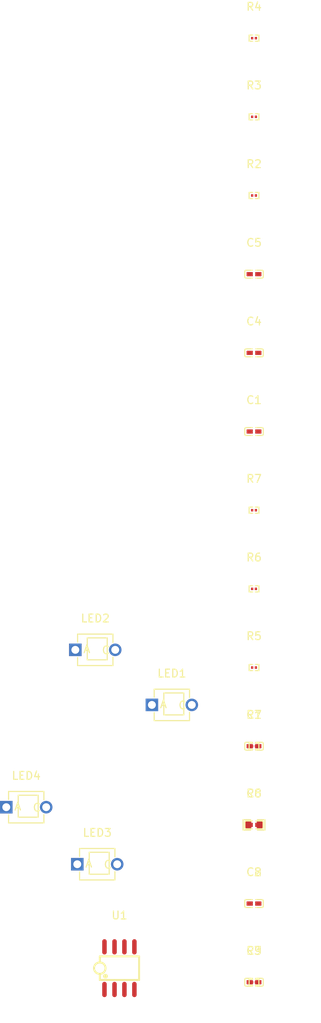
<source format=kicad_pcb>
(kicad_pcb (version 20241229) (generator "pcbnew") (generator_version "9.0")
  (layers (0 "F.Cu" signal) (2 "B.Cu" signal) (13 "F.Paste" user) (15 "B.Paste" user) (5 "F.SilkS" user "F.Silkscreen") (7 "B.SilkS" user "B.Silkscreen") (1 "F.Mask" user) (3 "B.Mask" user) (25 "Edge.Cuts" user))
  (net 0 "")
  (net 1 "VCC")
  (net 2 "OUT1")
  (net 3 "C3-net")
  (net 4 "IN2plus")
  (net 5 "IN1plus")
  (net 6 "net-1")
  (net 7 "C3-net-1")
  (net 8 "IN2minus")
  (net 9 "K")
  (net 10 "gnd")
  (net 11 "net")
  (net 12 "OUTPUT")
  (net 13 "OUT2")
  (footprint "atopile:C0402-b3ef17" (layer "F.Cu") (at 0 0)
    (property "Reference" "C3" (at 0 -4 0) (layer "F.SilkS"))
    (property "Value" "100nF ±10% 16V X7R")
    (fp_line (start -1.17 0.35) (end -1.17 -0.35) (stroke (width 0.15)) (layer "F.SilkS"))
    (fp_line (start -1.02 -0.5) (end -0.23 -0.5) (stroke (width 0.15)) (layer "F.SilkS"))
    (fp_line (start -0.23 0.5) (end -1.02 0.5) (stroke (width 0.15)) (layer "F.SilkS"))
    (fp_line (start 0.23 0.5) (end 1.02 0.5) (stroke (width 0.15)) (layer "F.SilkS"))
    (fp_line (start 1.02 -0.5) (end 0.23 -0.5) (stroke (width 0.15)) (layer "F.SilkS"))
    (fp_line (start 1.17 0.35) (end 1.17 -0.35) (stroke (width 0.15)) (layer "F.SilkS"))
    (fp_arc (start -1.17 -0.35) (mid -1.126066 -0.456066) (end -1.02 -0.5) (stroke (width 0.15)) (layer "F.SilkS"))
    (fp_arc (start -1.02 0.5) (mid -1.126066 0.456066) (end -1.17 0.35) (stroke (width 0.15)) (layer "F.SilkS"))
    (fp_arc (start 1.02 -0.5) (mid 1.126066 -0.456066) (end 1.17 -0.35) (stroke (width 0.15)) (layer "F.SilkS"))
    (fp_arc (start 1.17 0.35) (mid 1.126066 0.456066) (end 1.02 0.5) (stroke (width 0.15)) (layer "F.SilkS"))
    (fp_text user "${REFERENCE}" (at 0 -4 0) (layer "F.SilkS"))
    (pad "1" smd rect (at -0.55 0) (size 0.79 0.54) (layers "F.Cu" "F.Mask" "F.Paste") (net 2 "OUT1"))
    (pad "2" smd rect (at 0.55 0) (size 0.79 0.54) (layers "F.Cu" "F.Mask" "F.Paste") (net 6 "net-1"))
  )
  (footprint "atopile:R0201-27027e" (layer "F.Cu") (at 0 -50)
    (property "Reference" "R6" (at 0 -4 0) (layer "F.SilkS"))
    (property "Value" "1kΩ ±1% 50mW")
    (fp_line (start -0.62 -0.39) (end -0.17 -0.39) (stroke (width 0.15)) (layer "F.SilkS"))
    (fp_line (start -0.62 0.39) (end -0.62 -0.39) (stroke (width 0.15)) (layer "F.SilkS"))
    (fp_line (start -0.17 0.39) (end -0.62 0.39) (stroke (width 0.15)) (layer "F.SilkS"))
    (fp_line (start 0.17 0.39) (end 0.62 0.39) (stroke (width 0.15)) (layer "F.SilkS"))
    (fp_line (start 0.62 -0.39) (end 0.17 -0.39) (stroke (width 0.15)) (layer "F.SilkS"))
    (fp_line (start 0.62 0.39) (end 0.62 -0.39) (stroke (width 0.15)) (layer "F.SilkS"))
    (fp_text user "${REFERENCE}" (at 0 -4 0) (layer "F.SilkS"))
    (pad "1" smd rect (at -0.24 0) (size 0.3 0.32) (layers "F.Cu" "F.Mask" "F.Paste") (net 1 "VCC"))
    (pad "2" smd rect (at 0.24 0) (size 0.3 0.32) (layers "F.Cu" "F.Mask" "F.Paste") (net 4 "IN2plus"))
  )
  (footprint "atopile:R0201-27027e" (layer "F.Cu") (at 0 -60)
    (property "Reference" "R7" (at 0 -4 0) (layer "F.SilkS"))
    (property "Value" "1kΩ ±1% 50mW")
    (fp_line (start -0.62 -0.39) (end -0.17 -0.39) (stroke (width 0.15)) (layer "F.SilkS"))
    (fp_line (start -0.62 0.39) (end -0.62 -0.39) (stroke (width 0.15)) (layer "F.SilkS"))
    (fp_line (start -0.17 0.39) (end -0.62 0.39) (stroke (width 0.15)) (layer "F.SilkS"))
    (fp_line (start 0.17 0.39) (end 0.62 0.39) (stroke (width 0.15)) (layer "F.SilkS"))
    (fp_line (start 0.62 -0.39) (end 0.17 -0.39) (stroke (width 0.15)) (layer "F.SilkS"))
    (fp_line (start 0.62 0.39) (end 0.62 -0.39) (stroke (width 0.15)) (layer "F.SilkS"))
    (fp_text user "${REFERENCE}" (at 0 -4 0) (layer "F.SilkS"))
    (pad "1" smd rect (at -0.24 0) (size 0.3 0.32) (layers "F.Cu" "F.Mask" "F.Paste") (net 4 "IN2plus"))
    (pad "2" smd rect (at 0.24 0) (size 0.3 0.32) (layers "F.Cu" "F.Mask" "F.Paste") (net 10 "gnd"))
  )
  (footprint "atopile:C0402-b3ef17" (layer "F.Cu") (at 0 -20)
    (property "Reference" "C6" (at 0 -4 0) (layer "F.SilkS"))
    (property "Value" "100nF ±10% 16V X7R")
    (fp_line (start -1.17 0.35) (end -1.17 -0.35) (stroke (width 0.15)) (layer "F.SilkS"))
    (fp_line (start -1.02 -0.5) (end -0.23 -0.5) (stroke (width 0.15)) (layer "F.SilkS"))
    (fp_line (start -0.23 0.5) (end -1.02 0.5) (stroke (width 0.15)) (layer "F.SilkS"))
    (fp_line (start 0.23 0.5) (end 1.02 0.5) (stroke (width 0.15)) (layer "F.SilkS"))
    (fp_line (start 1.02 -0.5) (end 0.23 -0.5) (stroke (width 0.15)) (layer "F.SilkS"))
    (fp_line (start 1.17 0.35) (end 1.17 -0.35) (stroke (width 0.15)) (layer "F.SilkS"))
    (fp_arc (start -1.17 -0.35) (mid -1.126066 -0.456066) (end -1.02 -0.5) (stroke (width 0.15)) (layer "F.SilkS"))
    (fp_arc (start -1.02 0.5) (mid -1.126066 0.456066) (end -1.17 0.35) (stroke (width 0.15)) (layer "F.SilkS"))
    (fp_arc (start 1.02 -0.5) (mid 1.126066 -0.456066) (end 1.17 -0.35) (stroke (width 0.15)) (layer "F.SilkS"))
    (fp_arc (start 1.17 0.35) (mid 1.126066 0.456066) (end 1.02 0.5) (stroke (width 0.15)) (layer "F.SilkS"))
    (fp_text user "${REFERENCE}" (at 0 -4 0) (layer "F.SilkS"))
    (pad "1" smd rect (at -0.55 0) (size 0.79 0.54) (layers "F.Cu" "F.Mask" "F.Paste") (net 4 "IN2plus"))
    (pad "2" smd rect (at 0.55 0) (size 0.79 0.54) (layers "F.Cu" "F.Mask" "F.Paste") (net 10 "gnd"))
  )
  (footprint "atopile:SENSOR-TH_BPW34-c0a4b0" (layer "F.Cu") (at -29 -22.25)
    (property "Reference" "LED4" (at 0 -4 0) (layer "F.SilkS"))
    (property "Value" "")
    (fp_line (start -2.25 -2) (end -2.25 -0.98) (stroke (width 0.15)) (layer "F.SilkS"))
    (fp_line (start -2.25 0.98) (end -2.25 2) (stroke (width 0.15)) (layer "F.SilkS"))
    (fp_line (start -2.25 2) (end 2.25 2) (stroke (width 0.15)) (layer "F.SilkS"))
    (fp_line (start -1.02 -1.52) (end 1.52 -1.52) (stroke (width 0.15)) (layer "F.SilkS"))
    (fp_line (start -1.02 1.27) (end -1.02 -1.52) (stroke (width 0.15)) (layer "F.SilkS"))
    (fp_line (start 1.52 -1.52) (end 1.52 1.27) (stroke (width 0.15)) (layer "F.SilkS"))
    (fp_line (start 1.52 1.27) (end -1.02 1.27) (stroke (width 0.15)) (layer "F.SilkS"))
    (fp_line (start 2.25 -2) (end -2.25 -2) (stroke (width 0.15)) (layer "F.SilkS"))
    (fp_line (start 2.25 -0.94) (end 2.25 -2) (stroke (width 0.15)) (layer "F.SilkS"))
    (fp_line (start 2.25 2) (end 2.25 0.94) (stroke (width 0.15)) (layer "F.SilkS"))
    (fp_text user "${REFERENCE}" (at 0 -4 0) (layer "F.SilkS"))
    (fp_text user "C" (at 0.75 0.05 0) (layer "F.SilkS") (effects (justify left)))
    (fp_text user "A" (at -1.6 -0.1 0) (layer "F.SilkS") (effects (justify left)))
    (pad "1" thru_hole rect (at -2.54 0) (size 1.6 1.6) (drill 0.999998) (layers "*.Cu" "*.Mask") (net 10 "gnd"))
    (pad "2" thru_hole circle (at 2.54 0) (size 1.6 1.6) (drill 0.999998) (layers "*.Cu" "*.Mask") (net 9 "K"))
  )
  (footprint "atopile:C0402-b3ef17" (layer "F.Cu") (at 0 -80)
    (property "Reference" "C4" (at 0 -4 0) (layer "F.SilkS"))
    (property "Value" "100nF ±10% 16V X7R")
    (fp_line (start -1.17 0.35) (end -1.17 -0.35) (stroke (width 0.15)) (layer "F.SilkS"))
    (fp_line (start -1.02 -0.5) (end -0.23 -0.5) (stroke (width 0.15)) (layer "F.SilkS"))
    (fp_line (start -0.23 0.5) (end -1.02 0.5) (stroke (width 0.15)) (layer "F.SilkS"))
    (fp_line (start 0.23 0.5) (end 1.02 0.5) (stroke (width 0.15)) (layer "F.SilkS"))
    (fp_line (start 1.02 -0.5) (end 0.23 -0.5) (stroke (width 0.15)) (layer "F.SilkS"))
    (fp_line (start 1.17 0.35) (end 1.17 -0.35) (stroke (width 0.15)) (layer "F.SilkS"))
    (fp_arc (start -1.17 -0.35) (mid -1.126066 -0.456066) (end -1.02 -0.5) (stroke (width 0.15)) (layer "F.SilkS"))
    (fp_arc (start -1.02 0.5) (mid -1.126066 0.456066) (end -1.17 0.35) (stroke (width 0.15)) (layer "F.SilkS"))
    (fp_arc (start 1.02 -0.5) (mid 1.126066 -0.456066) (end 1.17 -0.35) (stroke (width 0.15)) (layer "F.SilkS"))
    (fp_arc (start 1.17 0.35) (mid 1.126066 0.456066) (end 1.02 0.5) (stroke (width 0.15)) (layer "F.SilkS"))
    (fp_text user "${REFERENCE}" (at 0 -4 0) (layer "F.SilkS"))
    (pad "1" smd rect (at -0.55 0) (size 0.79 0.54) (layers "F.Cu" "F.Mask" "F.Paste") (net 1 "VCC"))
    (pad "2" smd rect (at 0.55 0) (size 0.79 0.54) (layers "F.Cu" "F.Mask" "F.Paste") (net 10 "gnd"))
  )
  (footprint "atopile:C0402-b3ef17" (layer "F.Cu") (at 0 -10)
    (property "Reference" "C8" (at 0 -4 0) (layer "F.SilkS"))
    (property "Value" "100nF ±10% 16V X7R")
    (fp_line (start -1.17 0.35) (end -1.17 -0.35) (stroke (width 0.15)) (layer "F.SilkS"))
    (fp_line (start -1.02 -0.5) (end -0.23 -0.5) (stroke (width 0.15)) (layer "F.SilkS"))
    (fp_line (start -0.23 0.5) (end -1.02 0.5) (stroke (width 0.15)) (layer "F.SilkS"))
    (fp_line (start 0.23 0.5) (end 1.02 0.5) (stroke (width 0.15)) (layer "F.SilkS"))
    (fp_line (start 1.02 -0.5) (end 0.23 -0.5) (stroke (width 0.15)) (layer "F.SilkS"))
    (fp_line (start 1.17 0.35) (end 1.17 -0.35) (stroke (width 0.15)) (layer "F.SilkS"))
    (fp_arc (start -1.17 -0.35) (mid -1.126066 -0.456066) (end -1.02 -0.5) (stroke (width 0.15)) (layer "F.SilkS"))
    (fp_arc (start -1.02 0.5) (mid -1.126066 0.456066) (end -1.17 0.35) (stroke (width 0.15)) (layer "F.SilkS"))
    (fp_arc (start 1.02 -0.5) (mid 1.126066 -0.456066) (end 1.17 -0.35) (stroke (width 0.15)) (layer "F.SilkS"))
    (fp_arc (start 1.17 0.35) (mid 1.126066 0.456066) (end 1.02 0.5) (stroke (width 0.15)) (layer "F.SilkS"))
    (fp_text user "${REFERENCE}" (at 0 -4 0) (layer "F.SilkS"))
    (pad "1" smd rect (at -0.55 0) (size 0.79 0.54) (layers "F.Cu" "F.Mask" "F.Paste") (net 11 "net"))
    (pad "2" smd rect (at 0.55 0) (size 0.79 0.54) (layers "F.Cu" "F.Mask" "F.Paste") (net 12 "OUTPUT"))
  )
  (footprint "atopile:SENSOR-TH_BPW34-c0a4b0" (layer "F.Cu") (at -20.21 -42.25)
    (property "Reference" "LED2" (at 0 -4 0) (layer "F.SilkS"))
    (property "Value" "")
    (fp_line (start -2.25 -2) (end -2.25 -0.98) (stroke (width 0.15)) (layer "F.SilkS"))
    (fp_line (start -2.25 0.98) (end -2.25 2) (stroke (width 0.15)) (layer "F.SilkS"))
    (fp_line (start -2.25 2) (end 2.25 2) (stroke (width 0.15)) (layer "F.SilkS"))
    (fp_line (start -1.02 -1.52) (end 1.52 -1.52) (stroke (width 0.15)) (layer "F.SilkS"))
    (fp_line (start -1.02 1.27) (end -1.02 -1.52) (stroke (width 0.15)) (layer "F.SilkS"))
    (fp_line (start 1.52 -1.52) (end 1.52 1.27) (stroke (width 0.15)) (layer "F.SilkS"))
    (fp_line (start 1.52 1.27) (end -1.02 1.27) (stroke (width 0.15)) (layer "F.SilkS"))
    (fp_line (start 2.25 -2) (end -2.25 -2) (stroke (width 0.15)) (layer "F.SilkS"))
    (fp_line (start 2.25 -0.94) (end 2.25 -2) (stroke (width 0.15)) (layer "F.SilkS"))
    (fp_line (start 2.25 2) (end 2.25 0.94) (stroke (width 0.15)) (layer "F.SilkS"))
    (fp_text user "A" (at -1.6 -0.1 0) (layer "F.SilkS") (effects (justify left)))
    (fp_text user "${REFERENCE}" (at 0 -4 0) (layer "F.SilkS"))
    (fp_text user "C" (at 0.75 0.05 0) (layer "F.SilkS") (effects (justify left)))
    (pad "1" thru_hole rect (at -2.54 0) (size 1.6 1.6) (drill 0.999998) (layers "*.Cu" "*.Mask") (net 10 "gnd"))
    (pad "2" thru_hole circle (at 2.54 0) (size 1.6 1.6) (drill 0.999998) (layers "*.Cu" "*.Mask") (net 9 "K"))
  )
  (footprint "atopile:C0402-b3ef17" (layer "F.Cu") (at 0 -10)
    (property "Reference" "C2" (at 0 -4 0) (layer "F.SilkS"))
    (property "Value" "100nF ±10% 16V X7R")
    (fp_line (start -1.17 0.35) (end -1.17 -0.35) (stroke (width 0.15)) (layer "F.SilkS"))
    (fp_line (start -1.02 -0.5) (end -0.23 -0.5) (stroke (width 0.15)) (layer "F.SilkS"))
    (fp_line (start -0.23 0.5) (end -1.02 0.5) (stroke (width 0.15)) (layer "F.SilkS"))
    (fp_line (start 0.23 0.5) (end 1.02 0.5) (stroke (width 0.15)) (layer "F.SilkS"))
    (fp_line (start 1.02 -0.5) (end 0.23 -0.5) (stroke (width 0.15)) (layer "F.SilkS"))
    (fp_line (start 1.17 0.35) (end 1.17 -0.35) (stroke (width 0.15)) (layer "F.SilkS"))
    (fp_arc (start -1.17 -0.35) (mid -1.126066 -0.456066) (end -1.02 -0.5) (stroke (width 0.15)) (layer "F.SilkS"))
    (fp_arc (start -1.02 0.5) (mid -1.126066 0.456066) (end -1.17 0.35) (stroke (width 0.15)) (layer "F.SilkS"))
    (fp_arc (start 1.02 -0.5) (mid 1.126066 -0.456066) (end 1.17 -0.35) (stroke (width 0.15)) (layer "F.SilkS"))
    (fp_arc (start 1.17 0.35) (mid 1.126066 0.456066) (end 1.02 0.5) (stroke (width 0.15)) (layer "F.SilkS"))
    (fp_text user "${REFERENCE}" (at 0 -4 0) (layer "F.SilkS"))
    (pad "1" smd rect (at -0.55 0) (size 0.79 0.54) (layers "F.Cu" "F.Mask" "F.Paste") (net 7 "C3-net-1"))
    (pad "2" smd rect (at 0.55 0) (size 0.79 0.54) (layers "F.Cu" "F.Mask" "F.Paste") (net 3 "C3-net"))
  )
  (footprint "atopile:R0201-27027e" (layer "F.Cu") (at 0 -120)
    (property "Reference" "R4" (at 0 -4 0) (layer "F.SilkS"))
    (property "Value" "1kΩ ±1% 50mW")
    (fp_line (start -0.62 -0.39) (end -0.17 -0.39) (stroke (width 0.15)) (layer "F.SilkS"))
    (fp_line (start -0.62 0.39) (end -0.62 -0.39) (stroke (width 0.15)) (layer "F.SilkS"))
    (fp_line (start -0.17 0.39) (end -0.62 0.39) (stroke (width 0.15)) (layer "F.SilkS"))
    (fp_line (start 0.17 0.39) (end 0.62 0.39) (stroke (width 0.15)) (layer "F.SilkS"))
    (fp_line (start 0.62 -0.39) (end 0.17 -0.39) (stroke (width 0.15)) (layer "F.SilkS"))
    (fp_line (start 0.62 0.39) (end 0.62 -0.39) (stroke (width 0.15)) (layer "F.SilkS"))
    (fp_text user "${REFERENCE}" (at 0 -4 0) (layer "F.SilkS"))
    (pad "1" smd rect (at -0.24 0) (size 0.3 0.32) (layers "F.Cu" "F.Mask" "F.Paste") (net 6 "net-1"))
    (pad "2" smd rect (at 0.24 0) (size 0.3 0.32) (layers "F.Cu" "F.Mask" "F.Paste") (net 8 "IN2minus"))
  )
  (footprint "atopile:R0201-27027e" (layer "F.Cu") (at 0 -30)
    (property "Reference" "R1" (at 0 -4 0) (layer "F.SilkS"))
    (property "Value" "1kΩ ±1% 50mW")
    (fp_line (start -0.62 -0.39) (end -0.17 -0.39) (stroke (width 0.15)) (layer "F.SilkS"))
    (fp_line (start -0.62 0.39) (end -0.62 -0.39) (stroke (width 0.15)) (layer "F.SilkS"))
    (fp_line (start -0.17 0.39) (end -0.62 0.39) (stroke (width 0.15)) (layer "F.SilkS"))
    (fp_line (start 0.17 0.39) (end 0.62 0.39) (stroke (width 0.15)) (layer "F.SilkS"))
    (fp_line (start 0.62 -0.39) (end 0.17 -0.39) (stroke (width 0.15)) (layer "F.SilkS"))
    (fp_line (start 0.62 0.39) (end 0.62 -0.39) (stroke (width 0.15)) (layer "F.SilkS"))
    (fp_text user "${REFERENCE}" (at 0 -4 0) (layer "F.SilkS"))
    (pad "1" smd rect (at -0.24 0) (size 0.3 0.32) (layers "F.Cu" "F.Mask" "F.Paste") (net 1 "VCC"))
    (pad "2" smd rect (at 0.24 0) (size 0.3 0.32) (layers "F.Cu" "F.Mask" "F.Paste") (net 5 "IN1plus"))
  )
  (footprint "atopile:R0201-27027e" (layer "F.Cu") (at 0 -110)
    (property "Reference" "R3" (at 0 -4 0) (layer "F.SilkS"))
    (property "Value" "1kΩ ±1% 50mW")
    (fp_line (start -0.62 -0.39) (end -0.17 -0.39) (stroke (width 0.15)) (layer "F.SilkS"))
    (fp_line (start -0.62 0.39) (end -0.62 -0.39) (stroke (width 0.15)) (layer "F.SilkS"))
    (fp_line (start -0.17 0.39) (end -0.62 0.39) (stroke (width 0.15)) (layer "F.SilkS"))
    (fp_line (start 0.17 0.39) (end 0.62 0.39) (stroke (width 0.15)) (layer "F.SilkS"))
    (fp_line (start 0.62 -0.39) (end 0.17 -0.39) (stroke (width 0.15)) (layer "F.SilkS"))
    (fp_line (start 0.62 0.39) (end 0.62 -0.39) (stroke (width 0.15)) (layer "F.SilkS"))
    (fp_text user "${REFERENCE}" (at 0 -4 0) (layer "F.SilkS"))
    (pad "1" smd rect (at -0.24 0) (size 0.3 0.32) (layers "F.Cu" "F.Mask" "F.Paste") (net 9 "K"))
    (pad "2" smd rect (at 0.24 0) (size 0.3 0.32) (layers "F.Cu" "F.Mask" "F.Paste") (net 2 "OUT1"))
  )
  (footprint "atopile:C0402-b3ef17" (layer "F.Cu") (at 0 -90)
    (property "Reference" "C5" (at 0 -4 0) (layer "F.SilkS"))
    (property "Value" "100nF ±10% 16V X7R")
    (fp_line (start -1.17 0.35) (end -1.17 -0.35) (stroke (width 0.15)) (layer "F.SilkS"))
    (fp_line (start -1.02 -0.5) (end -0.23 -0.5) (stroke (width 0.15)) (layer "F.SilkS"))
    (fp_line (start -0.23 0.5) (end -1.02 0.5) (stroke (width 0.15)) (layer "F.SilkS"))
    (fp_line (start 0.23 0.5) (end 1.02 0.5) (stroke (width 0.15)) (layer "F.SilkS"))
    (fp_line (start 1.02 -0.5) (end 0.23 -0.5) (stroke (width 0.15)) (layer "F.SilkS"))
    (fp_line (start 1.17 0.35) (end 1.17 -0.35) (stroke (width 0.15)) (layer "F.SilkS"))
    (fp_arc (start -1.17 -0.35) (mid -1.126066 -0.456066) (end -1.02 -0.5) (stroke (width 0.15)) (layer "F.SilkS"))
    (fp_arc (start -1.02 0.5) (mid -1.126066 0.456066) (end -1.17 0.35) (stroke (width 0.15)) (layer "F.SilkS"))
    (fp_arc (start 1.02 -0.5) (mid 1.126066 -0.456066) (end 1.17 -0.35) (stroke (width 0.15)) (layer "F.SilkS"))
    (fp_arc (start 1.17 0.35) (mid 1.126066 0.456066) (end 1.02 0.5) (stroke (width 0.15)) (layer "F.SilkS"))
    (fp_text user "${REFERENCE}" (at 0 -4 0) (layer "F.SilkS"))
    (pad "1" smd rect (at -0.55 0) (size 0.79 0.54) (layers "F.Cu" "F.Mask" "F.Paste") (net 8 "IN2minus"))
    (pad "2" smd rect (at 0.55 0) (size 0.79 0.54) (layers "F.Cu" "F.Mask" "F.Paste") (net 13 "OUT2"))
  )
  (footprint "atopile:R0201-27027e" (layer "F.Cu") (at 0 0)
    (property "Reference" "R9" (at 0 -4 0) (layer "F.SilkS"))
    (property "Value" "1kΩ ±1% 50mW")
    (fp_line (start -0.62 -0.39) (end -0.17 -0.39) (stroke (width 0.15)) (layer "F.SilkS"))
    (fp_line (start -0.62 0.39) (end -0.62 -0.39) (stroke (width 0.15)) (layer "F.SilkS"))
    (fp_line (start -0.17 0.39) (end -0.62 0.39) (stroke (width 0.15)) (layer "F.SilkS"))
    (fp_line (start 0.17 0.39) (end 0.62 0.39) (stroke (width 0.15)) (layer "F.SilkS"))
    (fp_line (start 0.62 -0.39) (end 0.17 -0.39) (stroke (width 0.15)) (layer "F.SilkS"))
    (fp_line (start 0.62 0.39) (end 0.62 -0.39) (stroke (width 0.15)) (layer "F.SilkS"))
    (fp_text user "${REFERENCE}" (at 0 -4 0) (layer "F.SilkS"))
    (pad "1" smd rect (at -0.24 0) (size 0.3 0.32) (layers "F.Cu" "F.Mask" "F.Paste") (net 12 "OUTPUT"))
    (pad "2" smd rect (at 0.24 0) (size 0.3 0.32) (layers "F.Cu" "F.Mask" "F.Paste") (net 10 "gnd"))
  )
  (footprint "atopile:SOIC-8_L5.0-W4.0-P1.27-LS6.0-BL-294f77" (layer "F.Cu") (at -17.13 -1.79)
    (property "Reference" "U1" (at 0 -6.71 0) (layer "F.SilkS"))
    (property "Value" "")
    (fp_line (start -2.5 -1.5) (end -2.5 -0.73) (stroke (width 0.25)) (layer "F.SilkS"))
    (fp_line (start -2.5 -1.5) (end 2.5 -1.5) (stroke (width 0.25)) (layer "F.SilkS"))
    (fp_line (start -2.5 1.5) (end -2.5 0.73) (stroke (width 0.25)) (layer "F.SilkS"))
    (fp_line (start -2.5 1.5) (end 2.5 1.5) (stroke (width 0.25)) (layer "F.SilkS"))
    (fp_line (start 2.5 -1.5) (end 2.5 1.5) (stroke (width 0.25)) (layer "F.SilkS"))
    (fp_arc (start -2.48726 -0.729889) (mid -2.50635 0.729972) (end -2.5 -0.73) (stroke (width 0.25)) (layer "F.SilkS"))
    (fp_circle (center -1.78 1.02) (end -1.63 1.02) (stroke (width 0.3)) (fill no) (layer "F.SilkS"))
    (fp_text user "${REFERENCE}" (at 0 -6.71 0) (layer "F.SilkS"))
    (pad "1" smd oval (at -1.91 2.71) (size 0.57 1.95) (layers "F.Cu" "F.Mask" "F.Paste") (net 2 "OUT1"))
    (pad "2" smd oval (at -0.63 2.71) (size 0.57 1.95) (layers "F.Cu" "F.Mask" "F.Paste") (net 9 "K"))
    (pad "3" smd oval (at 0.63 2.71) (size 0.57 1.95) (layers "F.Cu" "F.Mask" "F.Paste") (net 5 "IN1plus"))
    (pad "4" smd oval (at 1.9 2.71) (size 0.57 1.95) (layers "F.Cu" "F.Mask" "F.Paste") (net 10 "gnd"))
    (pad "5" smd oval (at 1.9 -2.71) (size 0.57 1.95) (layers "F.Cu" "F.Mask" "F.Paste") (net 4 "IN2plus"))
    (pad "6" smd oval (at 0.63 -2.71) (size 0.57 1.95) (layers "F.Cu" "F.Mask" "F.Paste") (net 8 "IN2minus"))
    (pad "7" smd oval (at -0.63 -2.71) (size 0.57 1.95) (layers "F.Cu" "F.Mask" "F.Paste") (net 13 "OUT2"))
    (pad "8" smd oval (at -1.91 -2.71) (size 0.57 1.95) (layers "F.Cu" "F.Mask" "F.Paste") (net 1 "VCC"))
  )
  (footprint "atopile:C0402-b3ef17" (layer "F.Cu") (at 0 -30)
    (property "Reference" "C7" (at 0 -4 0) (layer "F.SilkS"))
    (property "Value" "100nF ±10% 16V X7R")
    (fp_line (start -1.17 0.35) (end -1.17 -0.35) (stroke (width 0.15)) (layer "F.SilkS"))
    (fp_line (start -1.02 -0.5) (end -0.23 -0.5) (stroke (width 0.15)) (layer "F.SilkS"))
    (fp_line (start -0.23 0.5) (end -1.02 0.5) (stroke (width 0.15)) (layer "F.SilkS"))
    (fp_line (start 0.23 0.5) (end 1.02 0.5) (stroke (width 0.15)) (layer "F.SilkS"))
    (fp_line (start 1.02 -0.5) (end 0.23 -0.5) (stroke (width 0.15)) (layer "F.SilkS"))
    (fp_line (start 1.17 0.35) (end 1.17 -0.35) (stroke (width 0.15)) (layer "F.SilkS"))
    (fp_arc (start -1.17 -0.35) (mid -1.126066 -0.456066) (end -1.02 -0.5) (stroke (width 0.15)) (layer "F.SilkS"))
    (fp_arc (start -1.02 0.5) (mid -1.126066 0.456066) (end -1.17 0.35) (stroke (width 0.15)) (layer "F.SilkS"))
    (fp_arc (start 1.02 -0.5) (mid 1.126066 -0.456066) (end 1.17 -0.35) (stroke (width 0.15)) (layer "F.SilkS"))
    (fp_arc (start 1.17 0.35) (mid 1.126066 0.456066) (end 1.02 0.5) (stroke (width 0.15)) (layer "F.SilkS"))
    (fp_text user "${REFERENCE}" (at 0 -4 0) (layer "F.SilkS"))
    (pad "1" smd rect (at -0.55 0) (size 0.79 0.54) (layers "F.Cu" "F.Mask" "F.Paste") (net 11 "net"))
    (pad "2" smd rect (at 0.55 0) (size 0.79 0.54) (layers "F.Cu" "F.Mask" "F.Paste") (net 10 "gnd"))
  )
  (footprint "atopile:R0201-27027e" (layer "F.Cu") (at 0 -40)
    (property "Reference" "R5" (at 0 -4 0) (layer "F.SilkS"))
    (property "Value" "1kΩ ±1% 50mW")
    (fp_line (start -0.62 -0.39) (end -0.17 -0.39) (stroke (width 0.15)) (layer "F.SilkS"))
    (fp_line (start -0.62 0.39) (end -0.62 -0.39) (stroke (width 0.15)) (layer "F.SilkS"))
    (fp_line (start -0.17 0.39) (end -0.62 0.39) (stroke (width 0.15)) (layer "F.SilkS"))
    (fp_line (start 0.17 0.39) (end 0.62 0.39) (stroke (width 0.15)) (layer "F.SilkS"))
    (fp_line (start 0.62 -0.39) (end 0.17 -0.39) (stroke (width 0.15)) (layer "F.SilkS"))
    (fp_line (start 0.62 0.39) (end 0.62 -0.39) (stroke (width 0.15)) (layer "F.SilkS"))
    (fp_text user "${REFERENCE}" (at 0 -4 0) (layer "F.SilkS"))
    (pad "1" smd rect (at -0.24 0) (size 0.3 0.32) (layers "F.Cu" "F.Mask" "F.Paste") (net 8 "IN2minus"))
    (pad "2" smd rect (at 0.24 0) (size 0.3 0.32) (layers "F.Cu" "F.Mask" "F.Paste") (net 13 "OUT2"))
  )
  (footprint "atopile:R0201-27027e" (layer "F.Cu") (at 0 -100)
    (property "Reference" "R2" (at 0 -4 0) (layer "F.SilkS"))
    (property "Value" "1kΩ ±1% 50mW")
    (fp_line (start -0.62 -0.39) (end -0.17 -0.39) (stroke (width 0.15)) (layer "F.SilkS"))
    (fp_line (start -0.62 0.39) (end -0.62 -0.39) (stroke (width 0.15)) (layer "F.SilkS"))
    (fp_line (start -0.17 0.39) (end -0.62 0.39) (stroke (width 0.15)) (layer "F.SilkS"))
    (fp_line (start 0.17 0.39) (end 0.62 0.39) (stroke (width 0.15)) (layer "F.SilkS"))
    (fp_line (start 0.62 -0.39) (end 0.17 -0.39) (stroke (width 0.15)) (layer "F.SilkS"))
    (fp_line (start 0.62 0.39) (end 0.62 -0.39) (stroke (width 0.15)) (layer "F.SilkS"))
    (fp_text user "${REFERENCE}" (at 0 -4 0) (layer "F.SilkS"))
    (pad "1" smd rect (at -0.24 0) (size 0.3 0.32) (layers "F.Cu" "F.Mask" "F.Paste") (net 5 "IN1plus"))
    (pad "2" smd rect (at 0.24 0) (size 0.3 0.32) (layers "F.Cu" "F.Mask" "F.Paste") (net 10 "gnd"))
  )
  (footprint "atopile:SENSOR-TH_BPW34-c0a4b0" (layer "F.Cu") (at -10.46 -35.25)
    (property "Reference" "LED1" (at 0 -4 0) (layer "F.SilkS"))
    (property "Value" "")
    (fp_line (start -2.25 -2) (end -2.25 -0.98) (stroke (width 0.15)) (layer "F.SilkS"))
    (fp_line (start -2.25 0.98) (end -2.25 2) (stroke (width 0.15)) (layer "F.SilkS"))
    (fp_line (start -2.25 2) (end 2.25 2) (stroke (width 0.15)) (layer "F.SilkS"))
    (fp_line (start -1.02 -1.52) (end 1.52 -1.52) (stroke (width 0.15)) (layer "F.SilkS"))
    (fp_line (start -1.02 1.27) (end -1.02 -1.52) (stroke (width 0.15)) (layer "F.SilkS"))
    (fp_line (start 1.52 -1.52) (end 1.52 1.27) (stroke (width 0.15)) (layer "F.SilkS"))
    (fp_line (start 1.52 1.27) (end -1.02 1.27) (stroke (width 0.15)) (layer "F.SilkS"))
    (fp_line (start 2.25 -2) (end -2.25 -2) (stroke (width 0.15)) (layer "F.SilkS"))
    (fp_line (start 2.25 -0.94) (end 2.25 -2) (stroke (width 0.15)) (layer "F.SilkS"))
    (fp_line (start 2.25 2) (end 2.25 0.94) (stroke (width 0.15)) (layer "F.SilkS"))
    (fp_text user "C" (at 0.75 0.05 0) (layer "F.SilkS") (effects (justify left)))
    (fp_text user "${REFERENCE}" (at 0 -4 0) (layer "F.SilkS"))
    (fp_text user "A" (at -1.6 -0.1 0) (layer "F.SilkS") (effects (justify left)))
    (pad "1" thru_hole rect (at -2.54 0) (size 1.6 1.6) (drill 0.999998) (layers "*.Cu" "*.Mask") (net 10 "gnd"))
    (pad "2" thru_hole circle (at 2.54 0) (size 1.6 1.6) (drill 0.999998) (layers "*.Cu" "*.Mask") (net 9 "K"))
  )
  (footprint "atopile:C0402-b3ef17" (layer "F.Cu") (at 0 -70)
    (property "Reference" "C1" (at 0 -4 0) (layer "F.SilkS"))
    (property "Value" "100nF ±10% 16V X7R")
    (fp_line (start -1.17 0.35) (end -1.17 -0.35) (stroke (width 0.15)) (layer "F.SilkS"))
    (fp_line (start -1.02 -0.5) (end -0.23 -0.5) (stroke (width 0.15)) (layer "F.SilkS"))
    (fp_line (start -0.23 0.5) (end -1.02 0.5) (stroke (width 0.15)) (layer "F.SilkS"))
    (fp_line (start 0.23 0.5) (end 1.02 0.5) (stroke (width 0.15)) (layer "F.SilkS"))
    (fp_line (start 1.02 -0.5) (end 0.23 -0.5) (stroke (width 0.15)) (layer "F.SilkS"))
    (fp_line (start 1.17 0.35) (end 1.17 -0.35) (stroke (width 0.15)) (layer "F.SilkS"))
    (fp_arc (start -1.17 -0.35) (mid -1.126066 -0.456066) (end -1.02 -0.5) (stroke (width 0.15)) (layer "F.SilkS"))
    (fp_arc (start -1.02 0.5) (mid -1.126066 0.456066) (end -1.17 0.35) (stroke (width 0.15)) (layer "F.SilkS"))
    (fp_arc (start 1.02 -0.5) (mid 1.126066 -0.456066) (end 1.17 -0.35) (stroke (width 0.15)) (layer "F.SilkS"))
    (fp_arc (start 1.17 0.35) (mid 1.126066 0.456066) (end 1.02 0.5) (stroke (width 0.15)) (layer "F.SilkS"))
    (fp_text user "${REFERENCE}" (at 0 -4 0) (layer "F.SilkS"))
    (pad "1" smd rect (at -0.55 0) (size 0.79 0.54) (layers "F.Cu" "F.Mask" "F.Paste") (net 9 "K"))
    (pad "2" smd rect (at 0.55 0) (size 0.79 0.54) (layers "F.Cu" "F.Mask" "F.Paste") (net 2 "OUT1"))
  )
  (footprint "atopile:SENSOR-TH_BPW34-c0a4b0" (layer "F.Cu") (at -19.96 -15)
    (property "Reference" "LED3" (at 0 -4 0) (layer "F.SilkS"))
    (property "Value" "")
    (fp_line (start -2.25 -2) (end -2.25 -0.98) (stroke (width 0.15)) (layer "F.SilkS"))
    (fp_line (start -2.25 0.98) (end -2.25 2) (stroke (width 0.15)) (layer "F.SilkS"))
    (fp_line (start -2.25 2) (end 2.25 2) (stroke (width 0.15)) (layer "F.SilkS"))
    (fp_line (start -1.02 -1.52) (end 1.52 -1.52) (stroke (width 0.15)) (layer "F.SilkS"))
    (fp_line (start -1.02 1.27) (end -1.02 -1.52) (stroke (width 0.15)) (layer "F.SilkS"))
    (fp_line (start 1.52 -1.52) (end 1.52 1.27) (stroke (width 0.15)) (layer "F.SilkS"))
    (fp_line (start 1.52 1.27) (end -1.02 1.27) (stroke (width 0.15)) (layer "F.SilkS"))
    (fp_line (start 2.25 -2) (end -2.25 -2) (stroke (width 0.15)) (layer "F.SilkS"))
    (fp_line (start 2.25 -0.94) (end 2.25 -2) (stroke (width 0.15)) (layer "F.SilkS"))
    (fp_line (start 2.25 2) (end 2.25 0.94) (stroke (width 0.15)) (layer "F.SilkS"))
    (fp_text user "C" (at 0.75 0.05 0) (layer "F.SilkS") (effects (justify left)))
    (fp_text user "A" (at -1.6 -0.1 0) (layer "F.SilkS") (effects (justify left)))
    (fp_text user "${REFERENCE}" (at 0 -4 0) (layer "F.SilkS"))
    (pad "1" thru_hole rect (at -2.54 0) (size 1.6 1.6) (drill 0.999998) (layers "*.Cu" "*.Mask") (net 10 "gnd"))
    (pad "2" thru_hole circle (at 2.54 0) (size 1.6 1.6) (drill 0.999998) (layers "*.Cu" "*.Mask") (net 9 "K"))
  )
  (footprint "atopile:R0603-ebcab9" (layer "F.Cu") (at 0 -20)
    (property "Reference" "R8" (at 0 -4 0) (layer "F.SilkS"))
    (property "Value" "10kΩ ±1% 100mW")
    (fp_line (start -1.39 -0.66) (end -0.43 -0.66) (stroke (width 0.15)) (layer "F.SilkS"))
    (fp_line (start -1.39 0.66) (end -1.39 -0.66) (stroke (width 0.15)) (layer "F.SilkS"))
    (fp_line (start -0.43 0.66) (end -1.39 0.66) (stroke (width 0.15)) (layer "F.SilkS"))
    (fp_line (start 0.43 0.66) (end 1.39 0.66) (stroke (width 0.15)) (layer "F.SilkS"))
    (fp_line (start 1.39 -0.66) (end 0.43 -0.66) (stroke (width 0.15)) (layer "F.SilkS"))
    (fp_line (start 1.39 0.66) (end 1.39 -0.66) (stroke (width 0.15)) (layer "F.SilkS"))
    (fp_text user "${REFERENCE}" (at 0 -4 0) (layer "F.SilkS"))
    (pad "1" smd rect (at -0.75 0) (size 0.81 0.86) (layers "F.Cu" "F.Mask" "F.Paste") (net 13 "OUT2"))
    (pad "2" smd rect (at 0.75 0) (size 0.81 0.86) (layers "F.Cu" "F.Mask" "F.Paste") (net 11 "net"))
  )
)
</source>
